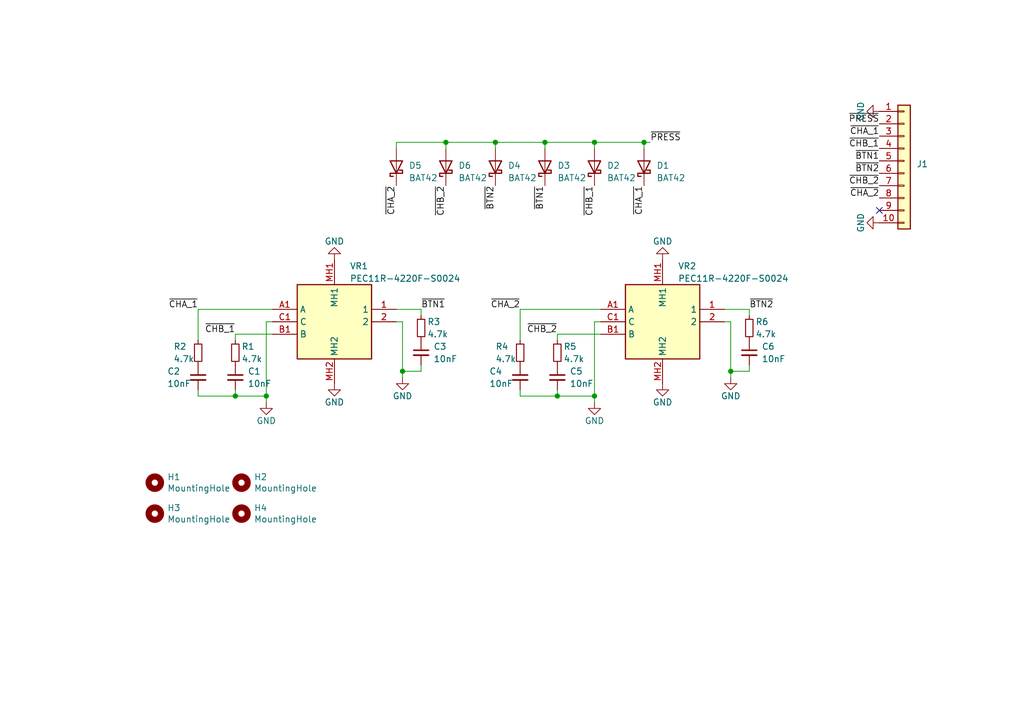
<source format=kicad_sch>
(kicad_sch (version 20230121) (generator eeschema)

  (uuid c8dfd03a-4e16-4b2c-9b6c-7056adb08441)

  (paper "A5")

  (title_block
    (title "Rotary Encoder Board V1")
    (date "2025-03-15")
    (rev "1")
    (comment 1 "The encoders also each have a button built in.")
    (comment 2 "Two rotary encoders broken out onto a board.")
  )

  (lib_symbols
    (symbol "Connector_Generic:Conn_01x10" (pin_names (offset 1.016) hide) (in_bom yes) (on_board yes)
      (property "Reference" "J" (at 0 12.7 0)
        (effects (font (size 1.27 1.27)))
      )
      (property "Value" "Conn_01x10" (at 0 -15.24 0)
        (effects (font (size 1.27 1.27)))
      )
      (property "Footprint" "" (at 0 0 0)
        (effects (font (size 1.27 1.27)) hide)
      )
      (property "Datasheet" "~" (at 0 0 0)
        (effects (font (size 1.27 1.27)) hide)
      )
      (property "ki_keywords" "connector" (at 0 0 0)
        (effects (font (size 1.27 1.27)) hide)
      )
      (property "ki_description" "Generic connector, single row, 01x10, script generated (kicad-library-utils/schlib/autogen/connector/)" (at 0 0 0)
        (effects (font (size 1.27 1.27)) hide)
      )
      (property "ki_fp_filters" "Connector*:*_1x??_*" (at 0 0 0)
        (effects (font (size 1.27 1.27)) hide)
      )
      (symbol "Conn_01x10_1_1"
        (rectangle (start -1.27 -12.573) (end 0 -12.827)
          (stroke (width 0.1524) (type default))
          (fill (type none))
        )
        (rectangle (start -1.27 -10.033) (end 0 -10.287)
          (stroke (width 0.1524) (type default))
          (fill (type none))
        )
        (rectangle (start -1.27 -7.493) (end 0 -7.747)
          (stroke (width 0.1524) (type default))
          (fill (type none))
        )
        (rectangle (start -1.27 -4.953) (end 0 -5.207)
          (stroke (width 0.1524) (type default))
          (fill (type none))
        )
        (rectangle (start -1.27 -2.413) (end 0 -2.667)
          (stroke (width 0.1524) (type default))
          (fill (type none))
        )
        (rectangle (start -1.27 0.127) (end 0 -0.127)
          (stroke (width 0.1524) (type default))
          (fill (type none))
        )
        (rectangle (start -1.27 2.667) (end 0 2.413)
          (stroke (width 0.1524) (type default))
          (fill (type none))
        )
        (rectangle (start -1.27 5.207) (end 0 4.953)
          (stroke (width 0.1524) (type default))
          (fill (type none))
        )
        (rectangle (start -1.27 7.747) (end 0 7.493)
          (stroke (width 0.1524) (type default))
          (fill (type none))
        )
        (rectangle (start -1.27 10.287) (end 0 10.033)
          (stroke (width 0.1524) (type default))
          (fill (type none))
        )
        (rectangle (start -1.27 11.43) (end 1.27 -13.97)
          (stroke (width 0.254) (type default))
          (fill (type background))
        )
        (pin passive line (at -5.08 10.16 0) (length 3.81)
          (name "Pin_1" (effects (font (size 1.27 1.27))))
          (number "1" (effects (font (size 1.27 1.27))))
        )
        (pin passive line (at -5.08 -12.7 0) (length 3.81)
          (name "Pin_10" (effects (font (size 1.27 1.27))))
          (number "10" (effects (font (size 1.27 1.27))))
        )
        (pin passive line (at -5.08 7.62 0) (length 3.81)
          (name "Pin_2" (effects (font (size 1.27 1.27))))
          (number "2" (effects (font (size 1.27 1.27))))
        )
        (pin passive line (at -5.08 5.08 0) (length 3.81)
          (name "Pin_3" (effects (font (size 1.27 1.27))))
          (number "3" (effects (font (size 1.27 1.27))))
        )
        (pin passive line (at -5.08 2.54 0) (length 3.81)
          (name "Pin_4" (effects (font (size 1.27 1.27))))
          (number "4" (effects (font (size 1.27 1.27))))
        )
        (pin passive line (at -5.08 0 0) (length 3.81)
          (name "Pin_5" (effects (font (size 1.27 1.27))))
          (number "5" (effects (font (size 1.27 1.27))))
        )
        (pin passive line (at -5.08 -2.54 0) (length 3.81)
          (name "Pin_6" (effects (font (size 1.27 1.27))))
          (number "6" (effects (font (size 1.27 1.27))))
        )
        (pin passive line (at -5.08 -5.08 0) (length 3.81)
          (name "Pin_7" (effects (font (size 1.27 1.27))))
          (number "7" (effects (font (size 1.27 1.27))))
        )
        (pin passive line (at -5.08 -7.62 0) (length 3.81)
          (name "Pin_8" (effects (font (size 1.27 1.27))))
          (number "8" (effects (font (size 1.27 1.27))))
        )
        (pin passive line (at -5.08 -10.16 0) (length 3.81)
          (name "Pin_9" (effects (font (size 1.27 1.27))))
          (number "9" (effects (font (size 1.27 1.27))))
        )
      )
    )
    (symbol "Device:C_Small" (pin_numbers hide) (pin_names (offset 0.254) hide) (in_bom yes) (on_board yes)
      (property "Reference" "C" (at 0.254 1.778 0)
        (effects (font (size 1.27 1.27)) (justify left))
      )
      (property "Value" "C_Small" (at 0.254 -2.032 0)
        (effects (font (size 1.27 1.27)) (justify left))
      )
      (property "Footprint" "" (at 0 0 0)
        (effects (font (size 1.27 1.27)) hide)
      )
      (property "Datasheet" "~" (at 0 0 0)
        (effects (font (size 1.27 1.27)) hide)
      )
      (property "ki_keywords" "capacitor cap" (at 0 0 0)
        (effects (font (size 1.27 1.27)) hide)
      )
      (property "ki_description" "Unpolarized capacitor, small symbol" (at 0 0 0)
        (effects (font (size 1.27 1.27)) hide)
      )
      (property "ki_fp_filters" "C_*" (at 0 0 0)
        (effects (font (size 1.27 1.27)) hide)
      )
      (symbol "C_Small_0_1"
        (polyline
          (pts
            (xy -1.524 -0.508)
            (xy 1.524 -0.508)
          )
          (stroke (width 0.3302) (type default))
          (fill (type none))
        )
        (polyline
          (pts
            (xy -1.524 0.508)
            (xy 1.524 0.508)
          )
          (stroke (width 0.3048) (type default))
          (fill (type none))
        )
      )
      (symbol "C_Small_1_1"
        (pin passive line (at 0 2.54 270) (length 2.032)
          (name "~" (effects (font (size 1.27 1.27))))
          (number "1" (effects (font (size 1.27 1.27))))
        )
        (pin passive line (at 0 -2.54 90) (length 2.032)
          (name "~" (effects (font (size 1.27 1.27))))
          (number "2" (effects (font (size 1.27 1.27))))
        )
      )
    )
    (symbol "Device:R_Small" (pin_numbers hide) (pin_names (offset 0.254) hide) (in_bom yes) (on_board yes)
      (property "Reference" "R" (at 0.762 0.508 0)
        (effects (font (size 1.27 1.27)) (justify left))
      )
      (property "Value" "R_Small" (at 0.762 -1.016 0)
        (effects (font (size 1.27 1.27)) (justify left))
      )
      (property "Footprint" "" (at 0 0 0)
        (effects (font (size 1.27 1.27)) hide)
      )
      (property "Datasheet" "~" (at 0 0 0)
        (effects (font (size 1.27 1.27)) hide)
      )
      (property "ki_keywords" "R resistor" (at 0 0 0)
        (effects (font (size 1.27 1.27)) hide)
      )
      (property "ki_description" "Resistor, small symbol" (at 0 0 0)
        (effects (font (size 1.27 1.27)) hide)
      )
      (property "ki_fp_filters" "R_*" (at 0 0 0)
        (effects (font (size 1.27 1.27)) hide)
      )
      (symbol "R_Small_0_1"
        (rectangle (start -0.762 1.778) (end 0.762 -1.778)
          (stroke (width 0.2032) (type default))
          (fill (type none))
        )
      )
      (symbol "R_Small_1_1"
        (pin passive line (at 0 2.54 270) (length 0.762)
          (name "~" (effects (font (size 1.27 1.27))))
          (number "1" (effects (font (size 1.27 1.27))))
        )
        (pin passive line (at 0 -2.54 90) (length 0.762)
          (name "~" (effects (font (size 1.27 1.27))))
          (number "2" (effects (font (size 1.27 1.27))))
        )
      )
    )
    (symbol "Diode:BAT42" (pin_numbers hide) (pin_names (offset 1.016) hide) (in_bom yes) (on_board yes)
      (property "Reference" "D" (at 0 2.54 0)
        (effects (font (size 1.27 1.27)))
      )
      (property "Value" "BAT42" (at 0 -2.54 0)
        (effects (font (size 1.27 1.27)))
      )
      (property "Footprint" "Diode_THT:D_DO-35_SOD27_P7.62mm_Horizontal" (at 0 -4.445 0)
        (effects (font (size 1.27 1.27)) hide)
      )
      (property "Datasheet" "http://www.vishay.com/docs/85660/bat42.pdf" (at 0 0 0)
        (effects (font (size 1.27 1.27)) hide)
      )
      (property "ki_keywords" "diode Schottky" (at 0 0 0)
        (effects (font (size 1.27 1.27)) hide)
      )
      (property "ki_description" "30V 0.2A Small Signal Schottky Diode, DO-35" (at 0 0 0)
        (effects (font (size 1.27 1.27)) hide)
      )
      (property "ki_fp_filters" "D*DO?35*" (at 0 0 0)
        (effects (font (size 1.27 1.27)) hide)
      )
      (symbol "BAT42_0_1"
        (polyline
          (pts
            (xy 1.27 0)
            (xy -1.27 0)
          )
          (stroke (width 0) (type default))
          (fill (type none))
        )
        (polyline
          (pts
            (xy 1.27 1.27)
            (xy 1.27 -1.27)
            (xy -1.27 0)
            (xy 1.27 1.27)
          )
          (stroke (width 0.254) (type default))
          (fill (type none))
        )
        (polyline
          (pts
            (xy -1.905 0.635)
            (xy -1.905 1.27)
            (xy -1.27 1.27)
            (xy -1.27 -1.27)
            (xy -0.635 -1.27)
            (xy -0.635 -0.635)
          )
          (stroke (width 0.254) (type default))
          (fill (type none))
        )
      )
      (symbol "BAT42_1_1"
        (pin passive line (at -3.81 0 0) (length 2.54)
          (name "K" (effects (font (size 1.27 1.27))))
          (number "1" (effects (font (size 1.27 1.27))))
        )
        (pin passive line (at 3.81 0 180) (length 2.54)
          (name "A" (effects (font (size 1.27 1.27))))
          (number "2" (effects (font (size 1.27 1.27))))
        )
      )
    )
    (symbol "Mechanical:MountingHole" (pin_names (offset 1.016)) (in_bom yes) (on_board yes)
      (property "Reference" "H" (at 0 5.08 0)
        (effects (font (size 1.27 1.27)))
      )
      (property "Value" "MountingHole" (at 0 3.175 0)
        (effects (font (size 1.27 1.27)))
      )
      (property "Footprint" "" (at 0 0 0)
        (effects (font (size 1.27 1.27)) hide)
      )
      (property "Datasheet" "~" (at 0 0 0)
        (effects (font (size 1.27 1.27)) hide)
      )
      (property "ki_keywords" "mounting hole" (at 0 0 0)
        (effects (font (size 1.27 1.27)) hide)
      )
      (property "ki_description" "Mounting Hole without connection" (at 0 0 0)
        (effects (font (size 1.27 1.27)) hide)
      )
      (property "ki_fp_filters" "MountingHole*" (at 0 0 0)
        (effects (font (size 1.27 1.27)) hide)
      )
      (symbol "MountingHole_0_1"
        (circle (center 0 0) (radius 1.27)
          (stroke (width 1.27) (type default))
          (fill (type none))
        )
      )
    )
    (symbol "PEC11R-4220F-S0024:PEC11R-4220F-S0024" (in_bom yes) (on_board yes)
      (property "Reference" "VR" (at 21.59 12.7 0)
        (effects (font (size 1.27 1.27)) (justify left top))
      )
      (property "Value" "PEC11R-4220F-S0024" (at 21.59 10.16 0)
        (effects (font (size 1.27 1.27)) (justify left top))
      )
      (property "Footprint" "PEC11R4220FS0024" (at 21.59 -89.84 0)
        (effects (font (size 1.27 1.27)) (justify left top) hide)
      )
      (property "Datasheet" "https://www.bourns.com/docs/Product-Datasheets/PEC11R.pdf" (at 21.59 -189.84 0)
        (effects (font (size 1.27 1.27)) (justify left top) hide)
      )
      (property "Height" "27.5" (at 21.59 -389.84 0)
        (effects (font (size 1.27 1.27)) (justify left top) hide)
      )
      (property "Manufacturer_Name" "Bourns" (at 21.59 -489.84 0)
        (effects (font (size 1.27 1.27)) (justify left top) hide)
      )
      (property "Manufacturer_Part_Number" "PEC11R-4220F-S0024" (at 21.59 -589.84 0)
        (effects (font (size 1.27 1.27)) (justify left top) hide)
      )
      (property "Mouser Part Number" "652-PEC11R-4220F-S24" (at 21.59 -689.84 0)
        (effects (font (size 1.27 1.27)) (justify left top) hide)
      )
      (property "Mouser Price/Stock" "https://www.mouser.co.uk/ProductDetail/Bourns/PEC11R-4220F-S0024?qs=Zq5ylnUbLm6NGsQdib%2Ffbw%3D%3D" (at 21.59 -789.84 0)
        (effects (font (size 1.27 1.27)) (justify left top) hide)
      )
      (property "Arrow Part Number" "PEC11R-4220F-S0024" (at 21.59 -889.84 0)
        (effects (font (size 1.27 1.27)) (justify left top) hide)
      )
      (property "Arrow Price/Stock" "https://www.arrow.com/en/products/pec11r-4220f-s0024/bourns?utm_currency=USD&region=nac" (at 21.59 -989.84 0)
        (effects (font (size 1.27 1.27)) (justify left top) hide)
      )
      (property "ki_description" "Bourns 24 Pulse Incremental Mechanical Rotary Encoder with a 6 mm Flat Shaft (Not Indexed), Through Hole" (at 0 0 0)
        (effects (font (size 1.27 1.27)) hide)
      )
      (symbol "PEC11R-4220F-S0024_1_1"
        (rectangle (start 5.08 7.62) (end 20.32 -7.62)
          (stroke (width 0.254) (type default))
          (fill (type background))
        )
        (pin passive line (at 10.16 12.7 270) (length 5.08)
          (name "1" (effects (font (size 1.27 1.27))))
          (number "1" (effects (font (size 1.27 1.27))))
        )
        (pin passive line (at 12.7 12.7 270) (length 5.08)
          (name "2" (effects (font (size 1.27 1.27))))
          (number "2" (effects (font (size 1.27 1.27))))
        )
        (pin passive line (at 10.16 -12.7 90) (length 5.08)
          (name "A" (effects (font (size 1.27 1.27))))
          (number "A1" (effects (font (size 1.27 1.27))))
        )
        (pin passive line (at 15.24 -12.7 90) (length 5.08)
          (name "B" (effects (font (size 1.27 1.27))))
          (number "B1" (effects (font (size 1.27 1.27))))
        )
        (pin passive line (at 12.7 -12.7 90) (length 5.08)
          (name "C" (effects (font (size 1.27 1.27))))
          (number "C1" (effects (font (size 1.27 1.27))))
        )
        (pin passive line (at 0 0 0) (length 5.08)
          (name "MH1" (effects (font (size 1.27 1.27))))
          (number "MH1" (effects (font (size 1.27 1.27))))
        )
        (pin passive line (at 25.4 0 180) (length 5.08)
          (name "MH2" (effects (font (size 1.27 1.27))))
          (number "MH2" (effects (font (size 1.27 1.27))))
        )
      )
    )
    (symbol "power:GND" (power) (pin_names (offset 0)) (in_bom yes) (on_board yes)
      (property "Reference" "#PWR" (at 0 -6.35 0)
        (effects (font (size 1.27 1.27)) hide)
      )
      (property "Value" "GND" (at 0 -3.81 0)
        (effects (font (size 1.27 1.27)))
      )
      (property "Footprint" "" (at 0 0 0)
        (effects (font (size 1.27 1.27)) hide)
      )
      (property "Datasheet" "" (at 0 0 0)
        (effects (font (size 1.27 1.27)) hide)
      )
      (property "ki_keywords" "global power" (at 0 0 0)
        (effects (font (size 1.27 1.27)) hide)
      )
      (property "ki_description" "Power symbol creates a global label with name \"GND\" , ground" (at 0 0 0)
        (effects (font (size 1.27 1.27)) hide)
      )
      (symbol "GND_0_1"
        (polyline
          (pts
            (xy 0 0)
            (xy 0 -1.27)
            (xy 1.27 -1.27)
            (xy 0 -2.54)
            (xy -1.27 -1.27)
            (xy 0 -1.27)
          )
          (stroke (width 0) (type default))
          (fill (type none))
        )
      )
      (symbol "GND_1_1"
        (pin power_in line (at 0 0 270) (length 0) hide
          (name "GND" (effects (font (size 1.27 1.27))))
          (number "1" (effects (font (size 1.27 1.27))))
        )
      )
    )
  )

  (junction (at 132.08 29.21) (diameter 0) (color 0 0 0 0)
    (uuid 14180727-98ce-41c5-813c-67f45b22188e)
  )
  (junction (at 111.76 29.21) (diameter 0) (color 0 0 0 0)
    (uuid 18c59c96-aa8e-401a-b6da-a9355c4f3a97)
  )
  (junction (at 82.55 76.2) (diameter 0) (color 0 0 0 0)
    (uuid 57263d47-064c-4ca9-bd5e-7c52546713fc)
  )
  (junction (at 91.44 29.21) (diameter 0) (color 0 0 0 0)
    (uuid 5e4b2e72-2560-40af-9a8a-9b509ce4fb9b)
  )
  (junction (at 121.92 81.28) (diameter 0) (color 0 0 0 0)
    (uuid 678c691e-55dd-4ea8-8502-a4d3ff611c08)
  )
  (junction (at 149.86 76.2) (diameter 0) (color 0 0 0 0)
    (uuid 75f494ec-c161-46c9-b033-44e37a843683)
  )
  (junction (at 101.6 29.21) (diameter 0) (color 0 0 0 0)
    (uuid 97fcdab4-280e-4b49-8eaa-d7fc2c931495)
  )
  (junction (at 54.61 81.28) (diameter 0) (color 0 0 0 0)
    (uuid 9db41fcf-3e83-4774-a530-1c6a1b6e1ea6)
  )
  (junction (at 114.3 81.28) (diameter 0) (color 0 0 0 0)
    (uuid b8118884-7e9f-4389-9ebf-b3d6e5acc3e2)
  )
  (junction (at 121.92 29.21) (diameter 0) (color 0 0 0 0)
    (uuid bda09aff-97e4-401e-8435-22254b071504)
  )
  (junction (at 48.26 81.28) (diameter 0) (color 0 0 0 0)
    (uuid d164e058-1f95-4ac9-97ba-0d3d6211d86b)
  )

  (no_connect (at 180.34 43.18) (uuid bad92329-0b3c-4cbd-a204-376856199c42))

  (wire (pts (xy 153.67 74.93) (xy 153.67 76.2))
    (stroke (width 0) (type default))
    (uuid 03fbca65-9230-438a-b574-48e40b5b9fe4)
  )
  (wire (pts (xy 111.76 29.21) (xy 111.76 30.48))
    (stroke (width 0) (type default))
    (uuid 04823b8f-c162-48fc-a440-e506ef41d601)
  )
  (wire (pts (xy 132.08 30.48) (xy 132.08 29.21))
    (stroke (width 0) (type default))
    (uuid 05940e77-2572-4ed6-abdd-2f3ca702e94b)
  )
  (wire (pts (xy 121.92 29.21) (xy 121.92 30.48))
    (stroke (width 0) (type default))
    (uuid 0f7439ec-5801-4770-97d0-6c0e2d99e2d8)
  )
  (wire (pts (xy 114.3 68.58) (xy 123.19 68.58))
    (stroke (width 0) (type default))
    (uuid 1358fbc0-d8c9-4b44-bc0b-094192533b2f)
  )
  (wire (pts (xy 54.61 66.04) (xy 55.88 66.04))
    (stroke (width 0) (type default))
    (uuid 167b996d-1de0-4ed2-aa0d-012a92eab4b0)
  )
  (wire (pts (xy 149.86 76.2) (xy 153.67 76.2))
    (stroke (width 0) (type default))
    (uuid 17abd200-bfc8-4430-a73c-e0462dfe875d)
  )
  (wire (pts (xy 91.44 29.21) (xy 81.28 29.21))
    (stroke (width 0) (type default))
    (uuid 24595a03-9b96-4d85-9e40-b581da0202de)
  )
  (wire (pts (xy 54.61 82.55) (xy 54.61 81.28))
    (stroke (width 0) (type default))
    (uuid 289466a4-efe1-41fd-a2ed-ef658e81f74c)
  )
  (wire (pts (xy 121.92 81.28) (xy 121.92 82.55))
    (stroke (width 0) (type default))
    (uuid 2c3a7e44-07f7-4463-b079-405ebb66b70c)
  )
  (wire (pts (xy 149.86 66.04) (xy 148.59 66.04))
    (stroke (width 0) (type default))
    (uuid 2f04ba74-db84-4efb-9fd0-f2f579bf006b)
  )
  (wire (pts (xy 48.26 81.28) (xy 48.26 80.01))
    (stroke (width 0) (type default))
    (uuid 403b2c55-4356-49e6-840f-6c3a44add42d)
  )
  (wire (pts (xy 111.76 29.21) (xy 101.6 29.21))
    (stroke (width 0) (type default))
    (uuid 44653022-3aae-496c-b6e9-95081fa09051)
  )
  (wire (pts (xy 101.6 29.21) (xy 101.6 30.48))
    (stroke (width 0) (type default))
    (uuid 4935e5f8-b333-4dac-b82d-4c2fa49df28e)
  )
  (wire (pts (xy 132.08 29.21) (xy 133.35 29.21))
    (stroke (width 0) (type default))
    (uuid 51e264ab-00fc-4b13-92a3-dc238cb92d67)
  )
  (wire (pts (xy 114.3 81.28) (xy 114.3 80.01))
    (stroke (width 0) (type default))
    (uuid 598315f1-af77-4f22-ae83-9317cda8015f)
  )
  (wire (pts (xy 48.26 68.58) (xy 55.88 68.58))
    (stroke (width 0) (type default))
    (uuid 5ae5d8b3-8fbf-4c4c-8234-dbf6113d9ad1)
  )
  (wire (pts (xy 106.68 81.28) (xy 114.3 81.28))
    (stroke (width 0) (type default))
    (uuid 5d5884c2-9358-49fc-9765-013d5e923116)
  )
  (wire (pts (xy 114.3 81.28) (xy 121.92 81.28))
    (stroke (width 0) (type default))
    (uuid 66cde35b-c57c-4332-9901-7d9d3f687280)
  )
  (wire (pts (xy 86.36 63.5) (xy 86.36 64.77))
    (stroke (width 0) (type default))
    (uuid 6e8fb484-e36b-4795-9ff8-47ada2048b73)
  )
  (wire (pts (xy 106.68 81.28) (xy 106.68 80.01))
    (stroke (width 0) (type default))
    (uuid 76e6597d-a2f3-4ea8-9364-cd6ec3abbd9f)
  )
  (wire (pts (xy 121.92 66.04) (xy 121.92 81.28))
    (stroke (width 0) (type default))
    (uuid 78f2ef0b-f492-4925-9984-53a0935c533c)
  )
  (wire (pts (xy 82.55 77.47) (xy 82.55 76.2))
    (stroke (width 0) (type default))
    (uuid 7a334d2d-39c5-4bf6-85f9-dd64da2db298)
  )
  (wire (pts (xy 153.67 63.5) (xy 153.67 64.77))
    (stroke (width 0) (type default))
    (uuid 83a9c821-d45e-427d-bd08-b62780ee012e)
  )
  (wire (pts (xy 121.92 29.21) (xy 111.76 29.21))
    (stroke (width 0) (type default))
    (uuid 89ce61e3-7eb1-4905-932d-e9af463ff0e6)
  )
  (wire (pts (xy 40.64 81.28) (xy 40.64 80.01))
    (stroke (width 0) (type default))
    (uuid 8ab71fa8-2d84-43c7-a74b-1df499f51696)
  )
  (wire (pts (xy 81.28 29.21) (xy 81.28 30.48))
    (stroke (width 0) (type default))
    (uuid 8b33ce2f-0069-4303-871f-662db6585830)
  )
  (wire (pts (xy 149.86 76.2) (xy 149.86 66.04))
    (stroke (width 0) (type default))
    (uuid 8e544a53-dc27-4b87-82d8-25b4a9cd3d80)
  )
  (wire (pts (xy 86.36 74.93) (xy 86.36 76.2))
    (stroke (width 0) (type default))
    (uuid 90a43767-af62-4d39-a9c3-82491ec5404e)
  )
  (wire (pts (xy 40.64 69.85) (xy 40.64 63.5))
    (stroke (width 0) (type default))
    (uuid 9323c565-08fc-46ac-8964-a80cf0ed3008)
  )
  (wire (pts (xy 91.44 29.21) (xy 91.44 30.48))
    (stroke (width 0) (type default))
    (uuid 9793224d-6ce5-41bf-923c-5390859c0cd6)
  )
  (wire (pts (xy 81.28 63.5) (xy 86.36 63.5))
    (stroke (width 0) (type default))
    (uuid 990c3b52-1eba-4606-ac94-d186d80b7ce2)
  )
  (wire (pts (xy 149.86 77.47) (xy 149.86 76.2))
    (stroke (width 0) (type default))
    (uuid a067f9c8-0d39-4abb-ab9e-b9055704f790)
  )
  (wire (pts (xy 114.3 69.85) (xy 114.3 68.58))
    (stroke (width 0) (type default))
    (uuid a5acc3ac-fc1b-419a-91bb-a820d00c8749)
  )
  (wire (pts (xy 101.6 29.21) (xy 91.44 29.21))
    (stroke (width 0) (type default))
    (uuid a655e225-596d-44a3-b353-50f29fdcf18b)
  )
  (wire (pts (xy 123.19 66.04) (xy 121.92 66.04))
    (stroke (width 0) (type default))
    (uuid ac7a930e-83d4-476a-ae27-2d1ecda9c6fc)
  )
  (wire (pts (xy 82.55 66.04) (xy 82.55 76.2))
    (stroke (width 0) (type default))
    (uuid b9416aba-51a3-475d-a3ba-4c6ec3146704)
  )
  (wire (pts (xy 106.68 63.5) (xy 123.19 63.5))
    (stroke (width 0) (type default))
    (uuid bb0c76c3-ae69-4a81-814d-5f9ceb4b7c1b)
  )
  (wire (pts (xy 132.08 29.21) (xy 121.92 29.21))
    (stroke (width 0) (type default))
    (uuid c1eeef43-259b-4d57-8768-1a1be8ccd911)
  )
  (wire (pts (xy 48.26 69.85) (xy 48.26 68.58))
    (stroke (width 0) (type default))
    (uuid ce265bf4-bf73-41a5-84eb-ca7275948512)
  )
  (wire (pts (xy 54.61 66.04) (xy 54.61 81.28))
    (stroke (width 0) (type default))
    (uuid da6e00e3-17cc-4cbd-a658-613e51cf4200)
  )
  (wire (pts (xy 82.55 76.2) (xy 86.36 76.2))
    (stroke (width 0) (type default))
    (uuid f092a515-0579-4dfc-a734-9101db478c20)
  )
  (wire (pts (xy 82.55 66.04) (xy 81.28 66.04))
    (stroke (width 0) (type default))
    (uuid f33e46d9-215e-4b05-8eb2-bb89a89aa516)
  )
  (wire (pts (xy 148.59 63.5) (xy 153.67 63.5))
    (stroke (width 0) (type default))
    (uuid f7016449-b584-4fa0-a19e-655d900ef375)
  )
  (wire (pts (xy 40.64 63.5) (xy 55.88 63.5))
    (stroke (width 0) (type default))
    (uuid f9a21fc0-5242-4728-b64a-6608e83e92aa)
  )
  (wire (pts (xy 106.68 69.85) (xy 106.68 63.5))
    (stroke (width 0) (type default))
    (uuid fd4cb916-37ce-467c-a5db-6cb9095645f1)
  )
  (wire (pts (xy 40.64 81.28) (xy 48.26 81.28))
    (stroke (width 0) (type default))
    (uuid ff5e8e9f-4a04-441b-82ae-70627ce72c40)
  )
  (wire (pts (xy 48.26 81.28) (xy 54.61 81.28))
    (stroke (width 0) (type default))
    (uuid ff5ffa18-68a5-4ecb-b05a-2807ec03e2ef)
  )

  (label "~{BTN2}" (at 153.67 63.5 0) (fields_autoplaced)
    (effects (font (size 1.27 1.27)) (justify left bottom))
    (uuid 0a61b023-8dcb-4ff7-aefb-26ead0a353b0)
  )
  (label "~{BTN2}" (at 101.6 38.1 270) (fields_autoplaced)
    (effects (font (size 1.27 1.27)) (justify right bottom))
    (uuid 0cb9020d-62f0-4ce9-96a2-8c8fc60a3a9e)
  )
  (label "~{CHA_1}" (at 132.08 38.1 270) (fields_autoplaced)
    (effects (font (size 1.27 1.27)) (justify right bottom))
    (uuid 1a089ee0-70ab-4f2f-b234-0ccade115eb3)
  )
  (label "~{BTN2}" (at 180.34 35.56 180) (fields_autoplaced)
    (effects (font (size 1.27 1.27)) (justify right bottom))
    (uuid 24c56f89-f7ca-4b7c-8a58-1e8409fded29)
  )
  (label "~{CHA_2}" (at 106.68 63.5 180) (fields_autoplaced)
    (effects (font (size 1.27 1.27)) (justify right bottom))
    (uuid 2e9dd286-4517-41c0-85bd-7464a635af0f)
  )
  (label "~{CHB_1}" (at 48.26 68.58 180) (fields_autoplaced)
    (effects (font (size 1.27 1.27)) (justify right bottom))
    (uuid 3318340a-4ee6-4f96-aa8f-9a7387591e76)
  )
  (label "~{PRESS}" (at 180.34 25.4 180) (fields_autoplaced)
    (effects (font (size 1.27 1.27)) (justify right bottom))
    (uuid 4b5d92f4-dab9-4d42-9f49-1f85f29831d7)
  )
  (label "~{CHB_1}" (at 121.92 38.1 270) (fields_autoplaced)
    (effects (font (size 1.27 1.27)) (justify right bottom))
    (uuid 559aaef8-f989-4b9f-85c4-39a33b0f7251)
  )
  (label "~{CHB_2}" (at 180.34 38.1 180) (fields_autoplaced)
    (effects (font (size 1.27 1.27)) (justify right bottom))
    (uuid 63952982-dd62-42da-ae5a-b0f0cbeb8387)
  )
  (label "~{CHB_2}" (at 91.44 38.1 270) (fields_autoplaced)
    (effects (font (size 1.27 1.27)) (justify right bottom))
    (uuid 64be9e6e-853f-4ee0-b517-4d314bfc9574)
  )
  (label "~{PRESS}" (at 133.35 29.21 0) (fields_autoplaced)
    (effects (font (size 1.27 1.27)) (justify left bottom))
    (uuid 68931f7c-d670-44f0-ad87-fa196270977e)
  )
  (label "~{CHA_1}" (at 40.64 63.5 180) (fields_autoplaced)
    (effects (font (size 1.27 1.27)) (justify right bottom))
    (uuid 703fb51f-a513-491a-99ef-95bcd8c9a4ab)
  )
  (label "~{CHA_2}" (at 180.34 40.64 180) (fields_autoplaced)
    (effects (font (size 1.27 1.27)) (justify right bottom))
    (uuid 7ee30543-3307-4286-894e-9264807f5b3c)
  )
  (label "~{CHA_2}" (at 81.28 38.1 270) (fields_autoplaced)
    (effects (font (size 1.27 1.27)) (justify right bottom))
    (uuid 86d99e9a-3227-4e35-a196-96c75f991360)
  )
  (label "~{CHB_1}" (at 180.34 30.48 180) (fields_autoplaced)
    (effects (font (size 1.27 1.27)) (justify right bottom))
    (uuid 9cb0cd37-05bf-4105-9067-71890b356d98)
  )
  (label "~{BTN1}" (at 180.34 33.02 180) (fields_autoplaced)
    (effects (font (size 1.27 1.27)) (justify right bottom))
    (uuid a2d6914f-837c-4574-aec2-44eb7f43b7f0)
  )
  (label "~{CHA_1}" (at 180.34 27.94 180) (fields_autoplaced)
    (effects (font (size 1.27 1.27)) (justify right bottom))
    (uuid addfe9eb-a061-4ef9-8606-e88c6bd06bf8)
  )
  (label "~{CHB_2}" (at 114.3 68.58 180) (fields_autoplaced)
    (effects (font (size 1.27 1.27)) (justify right bottom))
    (uuid b732f63b-aa77-4d1c-a458-c147f73cc420)
  )
  (label "~{BTN1}" (at 111.76 38.1 270) (fields_autoplaced)
    (effects (font (size 1.27 1.27)) (justify right bottom))
    (uuid c5c76f1b-b6bb-42d7-8685-ebbaf31a0b6f)
  )
  (label "~{BTN1}" (at 86.36 63.5 0) (fields_autoplaced)
    (effects (font (size 1.27 1.27)) (justify left bottom))
    (uuid db26789d-6763-4619-9190-1ccc24210b37)
  )

  (symbol (lib_id "Device:C_Small") (at 48.26 77.47 0) (unit 1)
    (in_bom yes) (on_board yes) (dnp no)
    (uuid 0013e238-9f66-472b-9062-8c61e0c44696)
    (property "Reference" "C1" (at 50.8 76.2 0)
      (effects (font (size 1.27 1.27)) (justify left))
    )
    (property "Value" "10nF" (at 50.8 78.74 0)
      (effects (font (size 1.27 1.27)) (justify left))
    )
    (property "Footprint" "Capacitor_THT:C_Disc_D7.5mm_W2.5mm_P5.00mm" (at 48.26 77.47 0)
      (effects (font (size 1.27 1.27)) hide)
    )
    (property "Datasheet" "~" (at 48.26 77.47 0)
      (effects (font (size 1.27 1.27)) hide)
    )
    (pin "1" (uuid 567ade57-d87c-43b0-9d26-ac44e3580260))
    (pin "2" (uuid b935e83f-955f-40d3-9d51-bc0b37241b2e))
    (instances
      (project "Rotaryboard V1"
        (path "/c8dfd03a-4e16-4b2c-9b6c-7056adb08441"
          (reference "C1") (unit 1)
        )
      )
    )
  )

  (symbol (lib_id "power:GND") (at 149.86 77.47 0) (unit 1)
    (in_bom yes) (on_board yes) (dnp no)
    (uuid 0ac0e503-02c0-4220-afa1-58b436a5e350)
    (property "Reference" "#PWR04" (at 149.86 83.82 0)
      (effects (font (size 1.27 1.27)) hide)
    )
    (property "Value" "GND" (at 149.86 81.28 0)
      (effects (font (size 1.27 1.27)))
    )
    (property "Footprint" "" (at 149.86 77.47 0)
      (effects (font (size 1.27 1.27)) hide)
    )
    (property "Datasheet" "" (at 149.86 77.47 0)
      (effects (font (size 1.27 1.27)) hide)
    )
    (pin "1" (uuid 7d4ca2e2-3500-496a-9b02-5e412b052b8f))
    (instances
      (project "Rotaryboard V1"
        (path "/c8dfd03a-4e16-4b2c-9b6c-7056adb08441"
          (reference "#PWR04") (unit 1)
        )
      )
    )
  )

  (symbol (lib_id "Connector_Generic:Conn_01x10") (at 185.42 33.02 0) (unit 1)
    (in_bom yes) (on_board yes) (dnp no) (fields_autoplaced)
    (uuid 1953d172-8509-4af2-a238-0799bf5aa048)
    (property "Reference" "J2" (at 187.96 33.655 0)
      (effects (font (size 1.27 1.27)) (justify left))
    )
    (property "Value" "Conn_01x10" (at 187.96 36.195 0)
      (effects (font (size 1.27 1.27)) (justify left) hide)
    )
    (property "Footprint" "Connector_IDC:IDC-Header_2x05_P2.54mm_Vertical" (at 185.42 33.02 0)
      (effects (font (size 1.27 1.27)) hide)
    )
    (property "Datasheet" "~" (at 185.42 33.02 0)
      (effects (font (size 1.27 1.27)) hide)
    )
    (pin "1" (uuid 6fd2b7ad-c5ef-44b7-9442-209294fdf2ea))
    (pin "10" (uuid f6793887-ff06-4e5c-af6c-5c7bf8163021))
    (pin "2" (uuid ebc4b655-fae2-434d-9126-48d8d95d9007))
    (pin "3" (uuid 15da923b-1537-45ae-9fce-fa49a77250fa))
    (pin "4" (uuid bc0bc9a4-557d-470c-8d26-0bf94d6b0d53))
    (pin "5" (uuid f99bbeaf-2112-4eb4-a55f-d0f4b3567af4))
    (pin "6" (uuid 3b28ddd8-4533-4835-898d-1068572d2afb))
    (pin "7" (uuid 887c146d-a259-4019-9387-e6cf38d0af3d))
    (pin "8" (uuid 3569b5b4-45a2-425b-98a8-8eeaced51c93))
    (pin "9" (uuid 64e6e430-a800-43ba-8c41-8ee090f2fbd7))
    (instances
      (project "KBD Interface V2"
        (path "/924228f3-9501-42a8-b941-d7934fe5a050"
          (reference "J2") (unit 1)
        )
      )
      (project "Rotaryboard V1"
        (path "/c8dfd03a-4e16-4b2c-9b6c-7056adb08441"
          (reference "J1") (unit 1)
        )
      )
    )
  )

  (symbol (lib_id "Mechanical:MountingHole") (at 49.53 99.06 0) (unit 1)
    (in_bom yes) (on_board yes) (dnp no)
    (uuid 24ec3509-a697-40ef-9cfe-121795ad2ee6)
    (property "Reference" "H2" (at 52.07 97.8916 0)
      (effects (font (size 1.27 1.27)) (justify left))
    )
    (property "Value" "MountingHole" (at 52.07 100.203 0)
      (effects (font (size 1.27 1.27)) (justify left))
    )
    (property "Footprint" "MountingHole:MountingHole_3.2mm_M3" (at 49.53 99.06 0)
      (effects (font (size 1.27 1.27)) hide)
    )
    (property "Datasheet" "~" (at 49.53 99.06 0)
      (effects (font (size 1.27 1.27)) hide)
    )
    (instances
      (project "Rotaryboard V1"
        (path "/c8dfd03a-4e16-4b2c-9b6c-7056adb08441"
          (reference "H2") (unit 1)
        )
      )
      (project "Keyboard V4"
        (path "/f134d749-bae5-4374-9cf5-52b573b215cb"
          (reference "H5") (unit 1)
        )
      )
    )
  )

  (symbol (lib_id "Device:R_Small") (at 114.3 72.39 180) (unit 1)
    (in_bom yes) (on_board yes) (dnp no)
    (uuid 297303dd-d6e9-422f-9cb7-3bbe966a6171)
    (property "Reference" "R5" (at 115.57 71.12 0)
      (effects (font (size 1.27 1.27)) (justify right))
    )
    (property "Value" "4.7k" (at 115.57 73.66 0)
      (effects (font (size 1.27 1.27)) (justify right))
    )
    (property "Footprint" "Resistor_THT:R_Axial_DIN0207_L6.3mm_D2.5mm_P7.62mm_Horizontal" (at 114.3 72.39 0)
      (effects (font (size 1.27 1.27)) hide)
    )
    (property "Datasheet" "~" (at 114.3 72.39 0)
      (effects (font (size 1.27 1.27)) hide)
    )
    (pin "1" (uuid f403a9db-9dcd-46e3-9b65-049180a37f5e))
    (pin "2" (uuid 56e85b01-1fa0-4587-a924-949d12ed0d56))
    (instances
      (project "Rotaryboard V1"
        (path "/c8dfd03a-4e16-4b2c-9b6c-7056adb08441"
          (reference "R5") (unit 1)
        )
      )
    )
  )

  (symbol (lib_id "Device:R_Small") (at 48.26 72.39 180) (unit 1)
    (in_bom yes) (on_board yes) (dnp no)
    (uuid 2c221972-2015-4c86-b64d-faa1ebd5b393)
    (property "Reference" "R1" (at 49.53 71.12 0)
      (effects (font (size 1.27 1.27)) (justify right))
    )
    (property "Value" "4.7k" (at 49.53 73.66 0)
      (effects (font (size 1.27 1.27)) (justify right))
    )
    (property "Footprint" "Resistor_THT:R_Axial_DIN0207_L6.3mm_D2.5mm_P7.62mm_Horizontal" (at 48.26 72.39 0)
      (effects (font (size 1.27 1.27)) hide)
    )
    (property "Datasheet" "~" (at 48.26 72.39 0)
      (effects (font (size 1.27 1.27)) hide)
    )
    (pin "1" (uuid 62c34bc8-a62e-473c-bfc3-df6d82a33ea2))
    (pin "2" (uuid 257d53d7-32de-4ca1-8755-2881f87a1b03))
    (instances
      (project "Rotaryboard V1"
        (path "/c8dfd03a-4e16-4b2c-9b6c-7056adb08441"
          (reference "R1") (unit 1)
        )
      )
    )
  )

  (symbol (lib_id "Diode:BAT42") (at 132.08 34.29 90) (unit 1)
    (in_bom yes) (on_board yes) (dnp no) (fields_autoplaced)
    (uuid 3002abf9-835a-474c-8259-572979a487dc)
    (property "Reference" "D1" (at 134.62 33.9725 90)
      (effects (font (size 1.27 1.27)) (justify right))
    )
    (property "Value" "BAT42" (at 134.62 36.5125 90)
      (effects (font (size 1.27 1.27)) (justify right))
    )
    (property "Footprint" "Diode_THT:D_DO-35_SOD27_P7.62mm_Horizontal" (at 136.525 34.29 0)
      (effects (font (size 1.27 1.27)) hide)
    )
    (property "Datasheet" "http://www.vishay.com/docs/85660/bat42.pdf" (at 132.08 34.29 0)
      (effects (font (size 1.27 1.27)) hide)
    )
    (pin "1" (uuid b2fe877e-6673-4a20-9bb3-fe6413d0d25d))
    (pin "2" (uuid f3795f49-b38d-4d38-973b-4ab846ff9f46))
    (instances
      (project "Rotaryboard V1"
        (path "/c8dfd03a-4e16-4b2c-9b6c-7056adb08441"
          (reference "D1") (unit 1)
        )
      )
    )
  )

  (symbol (lib_id "Device:R_Small") (at 86.36 67.31 180) (unit 1)
    (in_bom yes) (on_board yes) (dnp no)
    (uuid 411b17d5-b1c2-4451-993d-db6c54e4ba5f)
    (property "Reference" "R3" (at 87.63 66.04 0)
      (effects (font (size 1.27 1.27)) (justify right))
    )
    (property "Value" "4.7k" (at 87.63 68.58 0)
      (effects (font (size 1.27 1.27)) (justify right))
    )
    (property "Footprint" "Resistor_THT:R_Axial_DIN0207_L6.3mm_D2.5mm_P7.62mm_Horizontal" (at 86.36 67.31 0)
      (effects (font (size 1.27 1.27)) hide)
    )
    (property "Datasheet" "~" (at 86.36 67.31 0)
      (effects (font (size 1.27 1.27)) hide)
    )
    (pin "1" (uuid df15acd1-e755-4a24-a421-182ef7d9a5a7))
    (pin "2" (uuid d31ce19c-d7b9-45cc-b919-11b2c1fb693f))
    (instances
      (project "Rotaryboard V1"
        (path "/c8dfd03a-4e16-4b2c-9b6c-7056adb08441"
          (reference "R3") (unit 1)
        )
      )
    )
  )

  (symbol (lib_id "power:GND") (at 180.34 22.86 270) (unit 1)
    (in_bom yes) (on_board yes) (dnp no)
    (uuid 4349882b-d894-40a5-aae3-d397507a0f17)
    (property "Reference" "#PWR010" (at 173.99 22.86 0)
      (effects (font (size 1.27 1.27)) hide)
    )
    (property "Value" "GND" (at 176.53 22.86 0)
      (effects (font (size 1.27 1.27)))
    )
    (property "Footprint" "" (at 180.34 22.86 0)
      (effects (font (size 1.27 1.27)) hide)
    )
    (property "Datasheet" "" (at 180.34 22.86 0)
      (effects (font (size 1.27 1.27)) hide)
    )
    (pin "1" (uuid 6e909203-3d05-4e9f-b946-1ba6c24bfdaf))
    (instances
      (project "Rotaryboard V1"
        (path "/c8dfd03a-4e16-4b2c-9b6c-7056adb08441"
          (reference "#PWR010") (unit 1)
        )
      )
    )
  )

  (symbol (lib_id "Diode:BAT42") (at 101.6 34.29 90) (unit 1)
    (in_bom yes) (on_board yes) (dnp no) (fields_autoplaced)
    (uuid 45729712-131b-4563-8fc4-5b5fdedd9399)
    (property "Reference" "D4" (at 104.14 33.9725 90)
      (effects (font (size 1.27 1.27)) (justify right))
    )
    (property "Value" "BAT42" (at 104.14 36.5125 90)
      (effects (font (size 1.27 1.27)) (justify right))
    )
    (property "Footprint" "Diode_THT:D_DO-35_SOD27_P7.62mm_Horizontal" (at 106.045 34.29 0)
      (effects (font (size 1.27 1.27)) hide)
    )
    (property "Datasheet" "http://www.vishay.com/docs/85660/bat42.pdf" (at 101.6 34.29 0)
      (effects (font (size 1.27 1.27)) hide)
    )
    (pin "1" (uuid b623ce71-c3d8-4154-a631-e013526622a2))
    (pin "2" (uuid 5ca1dd16-345e-4005-bd99-7553a6a046a6))
    (instances
      (project "Rotaryboard V1"
        (path "/c8dfd03a-4e16-4b2c-9b6c-7056adb08441"
          (reference "D4") (unit 1)
        )
      )
    )
  )

  (symbol (lib_id "Mechanical:MountingHole") (at 31.75 99.06 0) (unit 1)
    (in_bom yes) (on_board yes) (dnp no)
    (uuid 4e24c7cc-164c-4b9f-9944-e727c1168708)
    (property "Reference" "H1" (at 34.29 97.8916 0)
      (effects (font (size 1.27 1.27)) (justify left))
    )
    (property "Value" "MountingHole" (at 34.29 100.203 0)
      (effects (font (size 1.27 1.27)) (justify left))
    )
    (property "Footprint" "MountingHole:MountingHole_3.2mm_M3" (at 31.75 99.06 0)
      (effects (font (size 1.27 1.27)) hide)
    )
    (property "Datasheet" "~" (at 31.75 99.06 0)
      (effects (font (size 1.27 1.27)) hide)
    )
    (instances
      (project "Rotaryboard V1"
        (path "/c8dfd03a-4e16-4b2c-9b6c-7056adb08441"
          (reference "H1") (unit 1)
        )
      )
      (project "Keyboard V4"
        (path "/f134d749-bae5-4374-9cf5-52b573b215cb"
          (reference "H5") (unit 1)
        )
      )
    )
  )

  (symbol (lib_id "power:GND") (at 135.89 78.74 0) (unit 1)
    (in_bom yes) (on_board yes) (dnp no)
    (uuid 4e280b37-f098-42d7-9bb5-9267a1dddfa0)
    (property "Reference" "#PWR02" (at 135.89 85.09 0)
      (effects (font (size 1.27 1.27)) hide)
    )
    (property "Value" "GND" (at 135.89 82.55 0)
      (effects (font (size 1.27 1.27)))
    )
    (property "Footprint" "" (at 135.89 78.74 0)
      (effects (font (size 1.27 1.27)) hide)
    )
    (property "Datasheet" "" (at 135.89 78.74 0)
      (effects (font (size 1.27 1.27)) hide)
    )
    (pin "1" (uuid bdea250e-5456-442c-84ca-4c54f2b2ff25))
    (instances
      (project "Rotaryboard V1"
        (path "/c8dfd03a-4e16-4b2c-9b6c-7056adb08441"
          (reference "#PWR02") (unit 1)
        )
      )
    )
  )

  (symbol (lib_id "Diode:BAT42") (at 121.92 34.29 90) (unit 1)
    (in_bom yes) (on_board yes) (dnp no) (fields_autoplaced)
    (uuid 5c6f41bc-cd42-4d6a-964a-275a4c2645e8)
    (property "Reference" "D2" (at 124.46 33.9725 90)
      (effects (font (size 1.27 1.27)) (justify right))
    )
    (property "Value" "BAT42" (at 124.46 36.5125 90)
      (effects (font (size 1.27 1.27)) (justify right))
    )
    (property "Footprint" "Diode_THT:D_DO-35_SOD27_P7.62mm_Horizontal" (at 126.365 34.29 0)
      (effects (font (size 1.27 1.27)) hide)
    )
    (property "Datasheet" "http://www.vishay.com/docs/85660/bat42.pdf" (at 121.92 34.29 0)
      (effects (font (size 1.27 1.27)) hide)
    )
    (pin "1" (uuid 8979a4dd-7ad6-4624-909a-bcb145033fff))
    (pin "2" (uuid 1a83678d-a4bd-47f0-aa70-6f234ab1e49b))
    (instances
      (project "Rotaryboard V1"
        (path "/c8dfd03a-4e16-4b2c-9b6c-7056adb08441"
          (reference "D2") (unit 1)
        )
      )
    )
  )

  (symbol (lib_id "Device:R_Small") (at 153.67 67.31 180) (unit 1)
    (in_bom yes) (on_board yes) (dnp no)
    (uuid 5f1f9e53-c6fd-4af9-89e6-f8d509b391d7)
    (property "Reference" "R6" (at 154.94 66.04 0)
      (effects (font (size 1.27 1.27)) (justify right))
    )
    (property "Value" "4.7k" (at 154.94 68.58 0)
      (effects (font (size 1.27 1.27)) (justify right))
    )
    (property "Footprint" "Resistor_THT:R_Axial_DIN0207_L6.3mm_D2.5mm_P7.62mm_Horizontal" (at 153.67 67.31 0)
      (effects (font (size 1.27 1.27)) hide)
    )
    (property "Datasheet" "~" (at 153.67 67.31 0)
      (effects (font (size 1.27 1.27)) hide)
    )
    (pin "1" (uuid 097377e7-9c86-4067-925a-1f514e1540a8))
    (pin "2" (uuid f0361fa7-4414-4e53-a105-0fd781a358bc))
    (instances
      (project "Rotaryboard V1"
        (path "/c8dfd03a-4e16-4b2c-9b6c-7056adb08441"
          (reference "R6") (unit 1)
        )
      )
    )
  )

  (symbol (lib_id "Diode:BAT42") (at 81.28 34.29 90) (unit 1)
    (in_bom yes) (on_board yes) (dnp no)
    (uuid 6135fa8d-2b78-4ea2-9b74-28ecf8ccf003)
    (property "Reference" "D5" (at 83.82 33.9725 90)
      (effects (font (size 1.27 1.27)) (justify right))
    )
    (property "Value" "BAT42" (at 83.82 36.5125 90)
      (effects (font (size 1.27 1.27)) (justify right))
    )
    (property "Footprint" "Diode_THT:D_DO-35_SOD27_P7.62mm_Horizontal" (at 85.725 34.29 0)
      (effects (font (size 1.27 1.27)) hide)
    )
    (property "Datasheet" "http://www.vishay.com/docs/85660/bat42.pdf" (at 81.28 34.29 0)
      (effects (font (size 1.27 1.27)) hide)
    )
    (pin "1" (uuid 2ad2f807-96a3-4fc3-9623-101608599c56))
    (pin "2" (uuid 8d06f4fe-ecbd-4f98-b5aa-8e16f10ebcc2))
    (instances
      (project "Rotaryboard V1"
        (path "/c8dfd03a-4e16-4b2c-9b6c-7056adb08441"
          (reference "D5") (unit 1)
        )
      )
    )
  )

  (symbol (lib_id "Device:C_Small") (at 114.3 77.47 0) (unit 1)
    (in_bom yes) (on_board yes) (dnp no)
    (uuid 63ea5968-3f10-45d8-9083-61aadd0ba49d)
    (property "Reference" "C5" (at 116.84 76.2 0)
      (effects (font (size 1.27 1.27)) (justify left))
    )
    (property "Value" "10nF" (at 116.84 78.74 0)
      (effects (font (size 1.27 1.27)) (justify left))
    )
    (property "Footprint" "Capacitor_THT:C_Disc_D7.5mm_W2.5mm_P5.00mm" (at 114.3 77.47 0)
      (effects (font (size 1.27 1.27)) hide)
    )
    (property "Datasheet" "~" (at 114.3 77.47 0)
      (effects (font (size 1.27 1.27)) hide)
    )
    (pin "1" (uuid 6edf78e7-969c-48c3-9746-a1c0f2c62d7e))
    (pin "2" (uuid c904205a-e0ab-45a4-9d9c-f8a618c79433))
    (instances
      (project "Rotaryboard V1"
        (path "/c8dfd03a-4e16-4b2c-9b6c-7056adb08441"
          (reference "C5") (unit 1)
        )
      )
    )
  )

  (symbol (lib_id "Device:R_Small") (at 106.68 72.39 180) (unit 1)
    (in_bom yes) (on_board yes) (dnp no)
    (uuid 6a055762-3417-4cd6-a898-a2a2e4ad4988)
    (property "Reference" "R4" (at 101.6 71.12 0)
      (effects (font (size 1.27 1.27)) (justify right))
    )
    (property "Value" "4.7k" (at 101.6 73.66 0)
      (effects (font (size 1.27 1.27)) (justify right))
    )
    (property "Footprint" "Resistor_THT:R_Axial_DIN0207_L6.3mm_D2.5mm_P7.62mm_Horizontal" (at 106.68 72.39 0)
      (effects (font (size 1.27 1.27)) hide)
    )
    (property "Datasheet" "~" (at 106.68 72.39 0)
      (effects (font (size 1.27 1.27)) hide)
    )
    (pin "1" (uuid 2ba40230-b5b2-4562-bf22-1544bf626db7))
    (pin "2" (uuid 3a57a062-f1bd-4ce8-8965-af82c62c20fe))
    (instances
      (project "Rotaryboard V1"
        (path "/c8dfd03a-4e16-4b2c-9b6c-7056adb08441"
          (reference "R4") (unit 1)
        )
      )
    )
  )

  (symbol (lib_id "PEC11R-4220F-S0024:PEC11R-4220F-S0024") (at 135.89 53.34 270) (unit 1)
    (in_bom yes) (on_board yes) (dnp no) (fields_autoplaced)
    (uuid 6eb7f4c2-1f68-4467-81fa-d3a19c708c65)
    (property "Reference" "VR2" (at 139.0397 54.61 90)
      (effects (font (size 1.27 1.27)) (justify left))
    )
    (property "Value" "PEC11R-4220F-S0024" (at 139.0397 57.15 90)
      (effects (font (size 1.27 1.27)) (justify left))
    )
    (property "Footprint" "PEC11R-4220F-S0024:PEC11R4220FS0024" (at 46.05 74.93 0)
      (effects (font (size 1.27 1.27)) (justify left top) hide)
    )
    (property "Datasheet" "https://www.bourns.com/docs/Product-Datasheets/PEC11R.pdf" (at -53.95 74.93 0)
      (effects (font (size 1.27 1.27)) (justify left top) hide)
    )
    (property "Height" "27.5" (at -253.95 74.93 0)
      (effects (font (size 1.27 1.27)) (justify left top) hide)
    )
    (property "Manufacturer_Name" "Bourns" (at -353.95 74.93 0)
      (effects (font (size 1.27 1.27)) (justify left top) hide)
    )
    (property "Manufacturer_Part_Number" "PEC11R-4220F-S0024" (at -453.95 74.93 0)
      (effects (font (size 1.27 1.27)) (justify left top) hide)
    )
    (property "Mouser Part Number" "652-PEC11R-4220F-S24" (at -553.95 74.93 0)
      (effects (font (size 1.27 1.27)) (justify left top) hide)
    )
    (property "Mouser Price/Stock" "https://www.mouser.co.uk/ProductDetail/Bourns/PEC11R-4220F-S0024?qs=Zq5ylnUbLm6NGsQdib%2Ffbw%3D%3D" (at -653.95 74.93 0)
      (effects (font (size 1.27 1.27)) (justify left top) hide)
    )
    (property "Arrow Part Number" "PEC11R-4220F-S0024" (at -753.95 74.93 0)
      (effects (font (size 1.27 1.27)) (justify left top) hide)
    )
    (property "Arrow Price/Stock" "https://www.arrow.com/en/products/pec11r-4220f-s0024/bourns?utm_currency=USD&region=nac" (at -853.95 74.93 0)
      (effects (font (size 1.27 1.27)) (justify left top) hide)
    )
    (pin "1" (uuid 878efcf2-125d-4533-b78f-5b8b3fdd0936))
    (pin "2" (uuid 6c4812af-9dfa-4665-b4bc-1d8c7910b83b))
    (pin "A1" (uuid 0349016f-a3eb-4068-82bc-1bde2bf9b192))
    (pin "B1" (uuid 4b476e79-a6e1-4790-969f-f99fa6ec8776))
    (pin "C1" (uuid 68286fda-7c52-4e08-afd9-e726bc3367ce))
    (pin "MH1" (uuid d54ec44b-8df7-40c0-ad46-8b8dc3a9cd1e))
    (pin "MH2" (uuid ab412025-3b78-4c3e-85d2-c344bf5e5ddb))
    (instances
      (project "Rotaryboard V1"
        (path "/c8dfd03a-4e16-4b2c-9b6c-7056adb08441"
          (reference "VR2") (unit 1)
        )
      )
    )
  )

  (symbol (lib_id "Device:R_Small") (at 40.64 72.39 180) (unit 1)
    (in_bom yes) (on_board yes) (dnp no)
    (uuid 76fa4e6f-9af6-48c4-926d-74364b80c664)
    (property "Reference" "R2" (at 35.56 71.12 0)
      (effects (font (size 1.27 1.27)) (justify right))
    )
    (property "Value" "4.7k" (at 35.56 73.66 0)
      (effects (font (size 1.27 1.27)) (justify right))
    )
    (property "Footprint" "Resistor_THT:R_Axial_DIN0207_L6.3mm_D2.5mm_P7.62mm_Horizontal" (at 40.64 72.39 0)
      (effects (font (size 1.27 1.27)) hide)
    )
    (property "Datasheet" "~" (at 40.64 72.39 0)
      (effects (font (size 1.27 1.27)) hide)
    )
    (pin "1" (uuid 53a45370-19c4-46c5-ab19-dd81ca0659ef))
    (pin "2" (uuid ed714c4d-a58c-4919-baab-7b96603178ab))
    (instances
      (project "Rotaryboard V1"
        (path "/c8dfd03a-4e16-4b2c-9b6c-7056adb08441"
          (reference "R2") (unit 1)
        )
      )
    )
  )

  (symbol (lib_id "power:GND") (at 54.61 82.55 0) (unit 1)
    (in_bom yes) (on_board yes) (dnp no)
    (uuid 87c83c0d-33e1-419f-b2f4-bc9b942bac4b)
    (property "Reference" "#PWR07" (at 54.61 88.9 0)
      (effects (font (size 1.27 1.27)) hide)
    )
    (property "Value" "GND" (at 54.61 86.36 0)
      (effects (font (size 1.27 1.27)))
    )
    (property "Footprint" "" (at 54.61 82.55 0)
      (effects (font (size 1.27 1.27)) hide)
    )
    (property "Datasheet" "" (at 54.61 82.55 0)
      (effects (font (size 1.27 1.27)) hide)
    )
    (pin "1" (uuid ecdee3b6-a053-4f0f-8f52-fe62b5e353b9))
    (instances
      (project "Rotaryboard V1"
        (path "/c8dfd03a-4e16-4b2c-9b6c-7056adb08441"
          (reference "#PWR07") (unit 1)
        )
      )
    )
  )

  (symbol (lib_id "Mechanical:MountingHole") (at 31.75 105.41 0) (unit 1)
    (in_bom yes) (on_board yes) (dnp no)
    (uuid 95391b3a-b7db-43a0-86de-557b2d040559)
    (property "Reference" "H3" (at 34.29 104.2416 0)
      (effects (font (size 1.27 1.27)) (justify left))
    )
    (property "Value" "MountingHole" (at 34.29 106.553 0)
      (effects (font (size 1.27 1.27)) (justify left))
    )
    (property "Footprint" "MountingHole:MountingHole_3.2mm_M3" (at 31.75 105.41 0)
      (effects (font (size 1.27 1.27)) hide)
    )
    (property "Datasheet" "~" (at 31.75 105.41 0)
      (effects (font (size 1.27 1.27)) hide)
    )
    (instances
      (project "Rotaryboard V1"
        (path "/c8dfd03a-4e16-4b2c-9b6c-7056adb08441"
          (reference "H3") (unit 1)
        )
      )
      (project "Keyboard V4"
        (path "/f134d749-bae5-4374-9cf5-52b573b215cb"
          (reference "H5") (unit 1)
        )
      )
    )
  )

  (symbol (lib_id "power:GND") (at 121.92 82.55 0) (unit 1)
    (in_bom yes) (on_board yes) (dnp no)
    (uuid 961ba544-a70f-42bd-90ba-ac27cd252d0b)
    (property "Reference" "#PWR08" (at 121.92 88.9 0)
      (effects (font (size 1.27 1.27)) hide)
    )
    (property "Value" "GND" (at 121.92 86.36 0)
      (effects (font (size 1.27 1.27)))
    )
    (property "Footprint" "" (at 121.92 82.55 0)
      (effects (font (size 1.27 1.27)) hide)
    )
    (property "Datasheet" "" (at 121.92 82.55 0)
      (effects (font (size 1.27 1.27)) hide)
    )
    (pin "1" (uuid 38295a05-6477-4464-8937-a5be86cd7b53))
    (instances
      (project "Rotaryboard V1"
        (path "/c8dfd03a-4e16-4b2c-9b6c-7056adb08441"
          (reference "#PWR08") (unit 1)
        )
      )
    )
  )

  (symbol (lib_id "power:GND") (at 82.55 77.47 0) (unit 1)
    (in_bom yes) (on_board yes) (dnp no)
    (uuid 9a037216-ee5c-49ec-8e57-a7a6e55262d7)
    (property "Reference" "#PWR03" (at 82.55 83.82 0)
      (effects (font (size 1.27 1.27)) hide)
    )
    (property "Value" "GND" (at 82.55 81.28 0)
      (effects (font (size 1.27 1.27)))
    )
    (property "Footprint" "" (at 82.55 77.47 0)
      (effects (font (size 1.27 1.27)) hide)
    )
    (property "Datasheet" "" (at 82.55 77.47 0)
      (effects (font (size 1.27 1.27)) hide)
    )
    (pin "1" (uuid cae14196-3de7-433f-b8f7-42f8ec1c91d2))
    (instances
      (project "Rotaryboard V1"
        (path "/c8dfd03a-4e16-4b2c-9b6c-7056adb08441"
          (reference "#PWR03") (unit 1)
        )
      )
    )
  )

  (symbol (lib_id "power:GND") (at 135.89 53.34 180) (unit 1)
    (in_bom yes) (on_board yes) (dnp no)
    (uuid a3bb23ad-096c-4372-b52c-2f74c17561c6)
    (property "Reference" "#PWR06" (at 135.89 46.99 0)
      (effects (font (size 1.27 1.27)) hide)
    )
    (property "Value" "GND" (at 135.89 49.53 0)
      (effects (font (size 1.27 1.27)))
    )
    (property "Footprint" "" (at 135.89 53.34 0)
      (effects (font (size 1.27 1.27)) hide)
    )
    (property "Datasheet" "" (at 135.89 53.34 0)
      (effects (font (size 1.27 1.27)) hide)
    )
    (pin "1" (uuid 0c0d4882-13a7-47af-af8e-d25098c469f7))
    (instances
      (project "Rotaryboard V1"
        (path "/c8dfd03a-4e16-4b2c-9b6c-7056adb08441"
          (reference "#PWR06") (unit 1)
        )
      )
    )
  )

  (symbol (lib_id "Device:C_Small") (at 153.67 72.39 0) (unit 1)
    (in_bom yes) (on_board yes) (dnp no)
    (uuid a7d927b2-107f-437b-9403-8a41bdd44d61)
    (property "Reference" "C6" (at 156.21 71.12 0)
      (effects (font (size 1.27 1.27)) (justify left))
    )
    (property "Value" "10nF" (at 156.21 73.66 0)
      (effects (font (size 1.27 1.27)) (justify left))
    )
    (property "Footprint" "Capacitor_THT:C_Disc_D7.5mm_W2.5mm_P5.00mm" (at 153.67 72.39 0)
      (effects (font (size 1.27 1.27)) hide)
    )
    (property "Datasheet" "~" (at 153.67 72.39 0)
      (effects (font (size 1.27 1.27)) hide)
    )
    (pin "1" (uuid f66d6cf2-9004-478d-86d3-7b441da48991))
    (pin "2" (uuid 6d4fe342-879f-4e83-8fd3-c09729563582))
    (instances
      (project "Rotaryboard V1"
        (path "/c8dfd03a-4e16-4b2c-9b6c-7056adb08441"
          (reference "C6") (unit 1)
        )
      )
    )
  )

  (symbol (lib_id "power:GND") (at 68.58 78.74 0) (unit 1)
    (in_bom yes) (on_board yes) (dnp no)
    (uuid b0018f75-8990-4351-a342-68bd0afd7348)
    (property "Reference" "#PWR01" (at 68.58 85.09 0)
      (effects (font (size 1.27 1.27)) hide)
    )
    (property "Value" "GND" (at 68.58 82.55 0)
      (effects (font (size 1.27 1.27)))
    )
    (property "Footprint" "" (at 68.58 78.74 0)
      (effects (font (size 1.27 1.27)) hide)
    )
    (property "Datasheet" "" (at 68.58 78.74 0)
      (effects (font (size 1.27 1.27)) hide)
    )
    (pin "1" (uuid a494edd0-b3bc-404f-abcb-ee1e4e5c2350))
    (instances
      (project "Rotaryboard V1"
        (path "/c8dfd03a-4e16-4b2c-9b6c-7056adb08441"
          (reference "#PWR01") (unit 1)
        )
      )
    )
  )

  (symbol (lib_id "Diode:BAT42") (at 91.44 34.29 90) (unit 1)
    (in_bom yes) (on_board yes) (dnp no) (fields_autoplaced)
    (uuid b5101659-1f3e-4377-add9-be5f8f4e79f8)
    (property "Reference" "D6" (at 93.98 33.9725 90)
      (effects (font (size 1.27 1.27)) (justify right))
    )
    (property "Value" "BAT42" (at 93.98 36.5125 90)
      (effects (font (size 1.27 1.27)) (justify right))
    )
    (property "Footprint" "Diode_THT:D_DO-35_SOD27_P7.62mm_Horizontal" (at 95.885 34.29 0)
      (effects (font (size 1.27 1.27)) hide)
    )
    (property "Datasheet" "http://www.vishay.com/docs/85660/bat42.pdf" (at 91.44 34.29 0)
      (effects (font (size 1.27 1.27)) hide)
    )
    (pin "1" (uuid 701abe84-0683-4445-b853-9b3cd086fac0))
    (pin "2" (uuid 5541c45f-9cb8-461e-9848-404845676ddb))
    (instances
      (project "Rotaryboard V1"
        (path "/c8dfd03a-4e16-4b2c-9b6c-7056adb08441"
          (reference "D6") (unit 1)
        )
      )
    )
  )

  (symbol (lib_id "Device:C_Small") (at 40.64 77.47 0) (unit 1)
    (in_bom yes) (on_board yes) (dnp no)
    (uuid b7045178-a6db-4f5b-818d-0eebcf36c2c1)
    (property "Reference" "C2" (at 34.29 76.2 0)
      (effects (font (size 1.27 1.27)) (justify left))
    )
    (property "Value" "10nF" (at 34.29 78.74 0)
      (effects (font (size 1.27 1.27)) (justify left))
    )
    (property "Footprint" "Capacitor_THT:C_Disc_D7.5mm_W2.5mm_P5.00mm" (at 40.64 77.47 0)
      (effects (font (size 1.27 1.27)) hide)
    )
    (property "Datasheet" "~" (at 40.64 77.47 0)
      (effects (font (size 1.27 1.27)) hide)
    )
    (pin "1" (uuid e7be3bd7-e90d-4a51-a405-8c13c5e7d02e))
    (pin "2" (uuid 23eb8a69-108e-431f-bf5b-6212c9e4ae4a))
    (instances
      (project "Rotaryboard V1"
        (path "/c8dfd03a-4e16-4b2c-9b6c-7056adb08441"
          (reference "C2") (unit 1)
        )
      )
    )
  )

  (symbol (lib_id "Diode:BAT42") (at 111.76 34.29 90) (unit 1)
    (in_bom yes) (on_board yes) (dnp no) (fields_autoplaced)
    (uuid ceddc723-34f8-4135-b1ed-e416ea3f5177)
    (property "Reference" "D3" (at 114.3 33.9725 90)
      (effects (font (size 1.27 1.27)) (justify right))
    )
    (property "Value" "BAT42" (at 114.3 36.5125 90)
      (effects (font (size 1.27 1.27)) (justify right))
    )
    (property "Footprint" "Diode_THT:D_DO-35_SOD27_P7.62mm_Horizontal" (at 116.205 34.29 0)
      (effects (font (size 1.27 1.27)) hide)
    )
    (property "Datasheet" "http://www.vishay.com/docs/85660/bat42.pdf" (at 111.76 34.29 0)
      (effects (font (size 1.27 1.27)) hide)
    )
    (pin "1" (uuid 1fc49d51-d9ab-4fbb-8d44-677b9c35d904))
    (pin "2" (uuid 3730ad98-a09e-4c9c-8903-dc85641a7ba8))
    (instances
      (project "Rotaryboard V1"
        (path "/c8dfd03a-4e16-4b2c-9b6c-7056adb08441"
          (reference "D3") (unit 1)
        )
      )
    )
  )

  (symbol (lib_id "PEC11R-4220F-S0024:PEC11R-4220F-S0024") (at 68.58 53.34 270) (unit 1)
    (in_bom yes) (on_board yes) (dnp no) (fields_autoplaced)
    (uuid e27385c7-617a-4b57-997c-1092ac0b9718)
    (property "Reference" "VR1" (at 71.7297 54.61 90)
      (effects (font (size 1.27 1.27)) (justify left))
    )
    (property "Value" "PEC11R-4220F-S0024" (at 71.7297 57.15 90)
      (effects (font (size 1.27 1.27)) (justify left))
    )
    (property "Footprint" "PEC11R-4220F-S0024:PEC11R4220FS0024" (at -21.26 74.93 0)
      (effects (font (size 1.27 1.27)) (justify left top) hide)
    )
    (property "Datasheet" "https://www.bourns.com/docs/Product-Datasheets/PEC11R.pdf" (at -121.26 74.93 0)
      (effects (font (size 1.27 1.27)) (justify left top) hide)
    )
    (property "Height" "27.5" (at -321.26 74.93 0)
      (effects (font (size 1.27 1.27)) (justify left top) hide)
    )
    (property "Manufacturer_Name" "Bourns" (at -421.26 74.93 0)
      (effects (font (size 1.27 1.27)) (justify left top) hide)
    )
    (property "Manufacturer_Part_Number" "PEC11R-4220F-S0024" (at -521.26 74.93 0)
      (effects (font (size 1.27 1.27)) (justify left top) hide)
    )
    (property "Mouser Part Number" "652-PEC11R-4220F-S24" (at -621.26 74.93 0)
      (effects (font (size 1.27 1.27)) (justify left top) hide)
    )
    (property "Mouser Price/Stock" "https://www.mouser.co.uk/ProductDetail/Bourns/PEC11R-4220F-S0024?qs=Zq5ylnUbLm6NGsQdib%2Ffbw%3D%3D" (at -721.26 74.93 0)
      (effects (font (size 1.27 1.27)) (justify left top) hide)
    )
    (property "Arrow Part Number" "PEC11R-4220F-S0024" (at -821.26 74.93 0)
      (effects (font (size 1.27 1.27)) (justify left top) hide)
    )
    (property "Arrow Price/Stock" "https://www.arrow.com/en/products/pec11r-4220f-s0024/bourns?utm_currency=USD&region=nac" (at -921.26 74.93 0)
      (effects (font (size 1.27 1.27)) (justify left top) hide)
    )
    (pin "1" (uuid af12cc04-e11c-431f-a593-9c3fdfd0596a))
    (pin "2" (uuid a9af6f53-64e3-4081-a841-326d77d49b99))
    (pin "A1" (uuid aabdaa8e-3f23-46af-91df-a72950d888a5))
    (pin "B1" (uuid 62179813-c16f-4a9a-b432-a03ed90ebb6b))
    (pin "C1" (uuid 2f88c351-def6-409b-9ba9-73bcca6af0d0))
    (pin "MH1" (uuid 0036672a-1d9f-42e4-a39f-0ef5737ebdfd))
    (pin "MH2" (uuid 38df22c1-c25d-48a4-8933-fff50be89ddd))
    (instances
      (project "Rotaryboard V1"
        (path "/c8dfd03a-4e16-4b2c-9b6c-7056adb08441"
          (reference "VR1") (unit 1)
        )
      )
    )
  )

  (symbol (lib_id "power:GND") (at 180.34 45.72 270) (unit 1)
    (in_bom yes) (on_board yes) (dnp no)
    (uuid e4593031-3c8f-4975-b792-7e327a752a70)
    (property "Reference" "#PWR09" (at 173.99 45.72 0)
      (effects (font (size 1.27 1.27)) hide)
    )
    (property "Value" "GND" (at 176.53 45.72 0)
      (effects (font (size 1.27 1.27)))
    )
    (property "Footprint" "" (at 180.34 45.72 0)
      (effects (font (size 1.27 1.27)) hide)
    )
    (property "Datasheet" "" (at 180.34 45.72 0)
      (effects (font (size 1.27 1.27)) hide)
    )
    (pin "1" (uuid 680c8e55-476b-4d51-9fbd-85a97daa73c8))
    (instances
      (project "Rotaryboard V1"
        (path "/c8dfd03a-4e16-4b2c-9b6c-7056adb08441"
          (reference "#PWR09") (unit 1)
        )
      )
    )
  )

  (symbol (lib_id "Device:C_Small") (at 86.36 72.39 0) (unit 1)
    (in_bom yes) (on_board yes) (dnp no)
    (uuid e6e2d9af-10f4-4e72-8d01-6b4d5e2d94fc)
    (property "Reference" "C3" (at 88.9 71.12 0)
      (effects (font (size 1.27 1.27)) (justify left))
    )
    (property "Value" "10nF" (at 88.9 73.66 0)
      (effects (font (size 1.27 1.27)) (justify left))
    )
    (property "Footprint" "Capacitor_THT:C_Disc_D7.5mm_W2.5mm_P5.00mm" (at 86.36 72.39 0)
      (effects (font (size 1.27 1.27)) hide)
    )
    (property "Datasheet" "~" (at 86.36 72.39 0)
      (effects (font (size 1.27 1.27)) hide)
    )
    (pin "1" (uuid 656b1c90-a2e4-474d-ba5d-66080d120528))
    (pin "2" (uuid ea983a64-560c-49ec-8f61-c1f4c587487d))
    (instances
      (project "Rotaryboard V1"
        (path "/c8dfd03a-4e16-4b2c-9b6c-7056adb08441"
          (reference "C3") (unit 1)
        )
      )
    )
  )

  (symbol (lib_id "Mechanical:MountingHole") (at 49.53 105.41 0) (unit 1)
    (in_bom yes) (on_board yes) (dnp no)
    (uuid ed9a888a-4eed-4fbb-a93f-7fbd6503e26b)
    (property "Reference" "H4" (at 52.07 104.2416 0)
      (effects (font (size 1.27 1.27)) (justify left))
    )
    (property "Value" "MountingHole" (at 52.07 106.553 0)
      (effects (font (size 1.27 1.27)) (justify left))
    )
    (property "Footprint" "MountingHole:MountingHole_3.2mm_M3" (at 49.53 105.41 0)
      (effects (font (size 1.27 1.27)) hide)
    )
    (property "Datasheet" "~" (at 49.53 105.41 0)
      (effects (font (size 1.27 1.27)) hide)
    )
    (instances
      (project "Rotaryboard V1"
        (path "/c8dfd03a-4e16-4b2c-9b6c-7056adb08441"
          (reference "H4") (unit 1)
        )
      )
      (project "Keyboard V4"
        (path "/f134d749-bae5-4374-9cf5-52b573b215cb"
          (reference "H5") (unit 1)
        )
      )
    )
  )

  (symbol (lib_id "power:GND") (at 68.58 53.34 180) (unit 1)
    (in_bom yes) (on_board yes) (dnp no)
    (uuid f3c679ff-3454-48b2-aee8-762aedafd88c)
    (property "Reference" "#PWR05" (at 68.58 46.99 0)
      (effects (font (size 1.27 1.27)) hide)
    )
    (property "Value" "GND" (at 68.58 49.53 0)
      (effects (font (size 1.27 1.27)))
    )
    (property "Footprint" "" (at 68.58 53.34 0)
      (effects (font (size 1.27 1.27)) hide)
    )
    (property "Datasheet" "" (at 68.58 53.34 0)
      (effects (font (size 1.27 1.27)) hide)
    )
    (pin "1" (uuid e02d70ca-0c13-45f2-afb7-9ff4123d6391))
    (instances
      (project "Rotaryboard V1"
        (path "/c8dfd03a-4e16-4b2c-9b6c-7056adb08441"
          (reference "#PWR05") (unit 1)
        )
      )
    )
  )

  (symbol (lib_id "Device:C_Small") (at 106.68 77.47 0) (unit 1)
    (in_bom yes) (on_board yes) (dnp no)
    (uuid ff27de6f-d884-440a-8a24-ec4601927e39)
    (property "Reference" "C4" (at 100.33 76.2 0)
      (effects (font (size 1.27 1.27)) (justify left))
    )
    (property "Value" "10nF" (at 100.33 78.74 0)
      (effects (font (size 1.27 1.27)) (justify left))
    )
    (property "Footprint" "Capacitor_THT:C_Disc_D7.5mm_W2.5mm_P5.00mm" (at 106.68 77.47 0)
      (effects (font (size 1.27 1.27)) hide)
    )
    (property "Datasheet" "~" (at 106.68 77.47 0)
      (effects (font (size 1.27 1.27)) hide)
    )
    (pin "1" (uuid 46215954-b4cc-4fb3-a2a3-e779e7dbb4c2))
    (pin "2" (uuid 8ef09e02-12c8-4b11-ad47-57a2fb416cba))
    (instances
      (project "Rotaryboard V1"
        (path "/c8dfd03a-4e16-4b2c-9b6c-7056adb08441"
          (reference "C4") (unit 1)
        )
      )
    )
  )

  (sheet_instances
    (path "/" (page "1"))
  )
)

</source>
